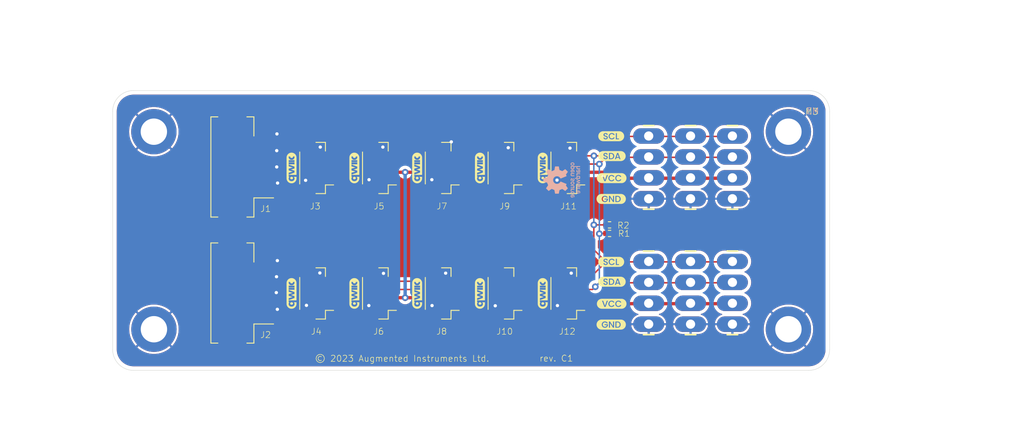
<source format=kicad_pcb>
(kicad_pcb (version 20221018) (generator pcbnew)
  (title_block (title "TRILL-HUB") (date "2022-10-26") (rev "C1") (company "BELA / Augmented Instruments Ltd.") (comment 1 "https://bela.io"))
  (layers (0 "F.Cu" signal) (31 "B.Cu" signal) (34 "B.Paste" user) (35 "F.Paste" user) (36 "B.SilkS" user "B.Silkscreen") (37 "F.SilkS" user "F.Silkscreen") (38 "B.Mask" user) (39 "F.Mask" user) (44 "Edge.Cuts" user))
  (net 0 "")
  (net 1 "/SCL")
  (net 2 "/SDA")
  (net 3 "GND")
  (net 4 "VCC")
  (footprint "clipboard:fc8fcd29-27be-4851-bba1-54c90ae8c844" (layer "F.Cu") (at 153.894731 103.292752)
    (fp_text reference "" (at 0 0) (layer "F.SilkS") (effects (font (size 1.27 1.27))))
    (fp_text value "" (at 0 0) (layer "F.SilkS") (effects (font (size 1.27 1.27))))
  )
  (footprint "clipboard:fc8fcd29-27be-4851-bba1-54c90ae8c844" (layer "F.Cu") (at 153.894731 88.027352)
    (fp_text reference "" (at 0 0) (layer "F.SilkS") (effects (font (size 1.27 1.27))))
    (fp_text value "" (at 0 0) (layer "F.SilkS") (effects (font (size 1.27 1.27))))
  )
  (footprint "clipboard:17b53aa7-bbec-4d74-a50d-d83e8cc43970" (layer "F.Cu") (at 153.992807 85.249919)
    (fp_text reference "" (at 0 0) (layer "F.SilkS") (effects (font (size 1.27 1.27))))
    (fp_text value "" (at 0 0) (layer "F.SilkS") (effects (font (size 1.27 1.27))))
  )
  (footprint "TRILL:qwiic_vertical_SMD" (layer "F.Cu") (at 127.3302 87.8332 90)
    (fp_text reference "J5" (at -3.2258 0 unlocked) (layer "F.SilkS") (effects (font (size 0.75 0.75) (thickness 0.07))))
    (fp_text value "Conn_01x04")
    (pad "1" smd roundrect (at -0.075 1.325 90) (size 0.6 1.55) (layers "F.Cu" "F.Paste" "F.Mask") (net 3 "GND"))
    (pad "2" smd roundrect (at 0.925 1.325 90) (size 0.6 1.55) (layers "F.Cu" "F.Paste" "F.Mask") (net 4 "VCC"))
    (pad "3" smd roundrect (at 1.925 1.325 90) (size 0.6 1.55) (layers "F.Cu" "F.Paste" "F.Mask") (net 2 "/SDA"))
    (pad "4" smd roundrect (at 2.925 1.325 90) (size 0.6 1.55) (layers "F.Cu" "F.Paste" "F.Mask") (net 1 "/SCL"))
    (pad "MP" smd roundrect (at -1.375 -1.2 90) (size 1.2 1.8) (layers "F.Cu" "F.Paste" "F.Mask") (roundrect_rratio 0.2083333333) (net 3 "GND"))
    (pad "MP" smd roundrect (at 4.225 -1.2 90) (size 1.2 1.8) (layers "F.Cu" "F.Paste" "F.Mask") (roundrect_rratio 0.2083333333) (net 3 "GND"))
  )
  (footprint "MountingHole:MountingHole_3.2mm_M3_ISO14580_Pad" (layer "F.Cu") (at 177 106)
    (fp_text reference "H4" hide)
    (fp_text value "MountingHole_Pad")
    (pad "1" thru_hole circle (at 0 0) (size 5.5 5.5) (drill 3.2) (layers "*.Cu" "*.Mask") (net 3 "GND"))
  )
  (footprint "TRILL:qwiic_vertical_SMD" (layer "F.Cu") (at 119.7102 103.0732 90)
    (fp_text reference "J4" (at -3.2004 0 unlocked) (layer "F.SilkS") (effects (font (size 0.75 0.75) (thickness 0.07))))
    (fp_text value "Conn_01x04")
    (pad "1" smd roundrect (at -0.075 1.325 90) (size 0.6 1.55) (layers "F.Cu" "F.Paste" "F.Mask") (net 3 "GND"))
    (pad "2" smd roundrect (at 0.925 1.325 90) (size 0.6 1.55) (layers "F.Cu" "F.Paste" "F.Mask") (net 4 "VCC"))
    (pad "3" smd roundrect (at 1.925 1.325 90) (size 0.6 1.55) (layers "F.Cu" "F.Paste" "F.Mask") (net 2 "/SDA"))
    (pad "4" smd roundrect (at 2.925 1.325 90) (size 0.6 1.55) (layers "F.Cu" "F.Paste" "F.Mask") (net 1 "/SCL"))
    (pad "MP" smd roundrect (at -1.375 -1.2 90) (size 1.2 1.8) (layers "F.Cu" "F.Paste" "F.Mask") (roundrect_rratio 0.2083333333) (net 3 "GND"))
    (pad "MP" smd roundrect (at 4.225 -1.2 90) (size 1.2 1.8) (layers "F.Cu" "F.Paste" "F.Mask") (roundrect_rratio 0.2083333333) (net 3 "GND"))
  )
  (footprint "TRILL:Connector_1x04_LongPads" (layer "F.Cu") (at 165.1476 105.4076)
    (fp_text reference "J16" hide)
    (fp_text value "SolderPads")
    (pad "1" thru_hole oval (at -0.0222 -0.023 180) (size 3.7592 1.8796) (drill 1.1176) (layers "*.Cu" "*.Mask") (net 3 "GND"))
    (pad "2" thru_hole oval (at -0.0222 -2.563 180) (size 3.7592 1.8796) (drill 1.1176) (layers "*.Cu" "*.Mask") (net 4 "VCC"))
    (pad "3" thru_hole oval (at -0.0222 -5.103 180) (size 3.7592 1.8796) (drill 1.1176) (layers "*.Cu" "*.Mask") (net 2 "/SDA"))
    (pad "4" thru_hole oval (at -0.0222 -7.643 180) (size 3.7592 1.8796) (drill 1.1176) (layers "*.Cu" "*.Mask") (net 1 "/SCL"))
  )
  (footprint "TRILL:qwiic_vertical_SMD" (layer "F.Cu") (at 150.1902 87.8332 90)
    (fp_text reference "J11" (at -3.2258 0.127 unlocked) (layer "F.SilkS") (effects (font (size 0.75 0.75) (thickness 0.07))))
    (fp_text value "Conn_01x04")
    (pad "1" smd roundrect (at -0.075 1.325 90) (size 0.6 1.55) (layers "F.Cu" "F.Paste" "F.Mask") (net 3 "GND"))
    (pad "2" smd roundrect (at 0.925 1.325 90) (size 0.6 1.55) (layers "F.Cu" "F.Paste" "F.Mask") (net 4 "VCC"))
    (pad "3" smd roundrect (at 1.925 1.325 90) (size 0.6 1.55) (layers "F.Cu" "F.Paste" "F.Mask") (net 2 "/SDA"))
    (pad "4" smd roundrect (at 2.925 1.325 90) (size 0.6 1.55) (layers "F.Cu" "F.Paste" "F.Mask") (net 1 "/SCL"))
    (pad "MP" smd roundrect (at -1.375 -1.2 90) (size 1.2 1.8) (layers "F.Cu" "F.Paste" "F.Mask") (roundrect_rratio 0.2083333333) (net 3 "GND"))
    (pad "MP" smd roundrect (at 4.225 -1.2 90) (size 1.2 1.8) (layers "F.Cu" "F.Paste" "F.Mask") (roundrect_rratio 0.2083333333) (net 3 "GND"))
  )
  (footprint "clipboard:2ceebd1b-97a9-4d7c-ad87-e118b722be44" (layer "F.Cu") (at 156.560968 89.921295)
    (fp_text reference "" (at 0 0) (layer "F.SilkS") (effects (font (size 1.27 1.27))))
    (fp_text value "" (at 0 0) (layer "F.SilkS") (effects (font (size 1.27 1.27))))
  )
  (footprint "Connector_JST:JST_PH_B4B-PH-SM4-TB_1x04-1MP_P2.00mm_Vertical" (layer "F.Cu") (at 111.2774 101.6 90)
    (fp_text reference "J2" (at -5.08 2.286 180) (layer "F.SilkS") (effects (font (size 0.75 0.75) (thickness 0.07))))
    (fp_text value "Conn_01x04_Male")
    (pad "1" smd roundrect (at -3 0.5 90) (size 1 5.5) (layers "F.Cu" "F.Paste" "F.Mask") (net 3 "GND"))
    (pad "2" smd roundrect (at -1 0.5 90) (size 1 5.5) (layers "F.Cu" "F.Paste" "F.Mask") (net 4 "VCC"))
    (pad "3" smd roundrect (at 1 0.5 90) (size 1 5.5) (layers "F.Cu" "F.Paste" "F.Mask") (net 2 "/SDA"))
    (pad "4" smd roundrect (at 3 0.5 90) (size 1 5.5) (layers "F.Cu" "F.Paste" "F.Mask") (net 1 "/SCL"))
    (pad "MP" smd roundrect (at -5.4 -1.75 90) (size 1.6 3) (layers "F.Cu" "F.Paste" "F.Mask") (roundrect_rratio 0.15625) (net 3 "GND"))
    (pad "MP" smd roundrect (at 5.4 -1.75 90) (size 1.6 3) (layers "F.Cu" "F.Paste" "F.Mask") (roundrect_rratio 0.15625) (net 3 "GND"))
  )
  (footprint "TRILL:qwiic_vertical_SMD" (layer "F.Cu") (at 142.5702 87.8332 90)
    (fp_text reference "J9" (at -3.2258 0 unlocked) (layer "F.SilkS") (effects (font (size 0.75 0.75) (thickness 0.07))))
    (fp_text value "Conn_01x04")
    (pad "1" smd roundrect (at -0.075 1.325 90) (size 0.6 1.55) (layers "F.Cu" "F.Paste" "F.Mask") (net 3 "GND"))
    (pad "2" smd roundrect (at 0.925 1.325 90) (size 0.6 1.55) (layers "F.Cu" "F.Paste" "F.Mask") (net 4 "VCC"))
    (pad "3" smd roundrect (at 1.925 1.325 90) (size 0.6 1.55) (layers "F.Cu" "F.Paste" "F.Mask") (net 2 "/SDA"))
    (pad "4" smd roundrect (at 2.925 1.325 90) (size 0.6 1.55) (layers "F.Cu" "F.Paste" "F.Mask") (net 1 "/SCL"))
    (pad "MP" smd roundrect (at -1.375 -1.2 90) (size 1.2 1.8) (layers "F.Cu" "F.Paste" "F.Mask") (roundrect_rratio 0.2083333333) (net 3 "GND"))
    (pad "MP" smd roundrect (at 4.225 -1.2 90) (size 1.2 1.8) (layers "F.Cu" "F.Paste" "F.Mask") (roundrect_rratio 0.2083333333) (net 3 "GND"))
  )
  (footprint "TRILL:Connector_1x04_LongPads" (layer "F.Cu") (at 165.1476 90.1676)
    (fp_text reference "J15" hide)
    (fp_text value "SolderPads")
    (pad "1" thru_hole oval (at -0.0222 -0.023 180) (size 3.7592 1.8796) (drill 1.1176) (layers "*.Cu" "*.Mask") (net 3 "GND"))
    (pad "2" thru_hole oval (at -0.0222 -2.563 180) (size 3.7592 1.8796) (drill 1.1176) (layers "*.Cu" "*.Mask") (net 4 "VCC"))
    (pad "3" thru_hole oval (at -0.0222 -5.103 180) (size 3.7592 1.8796) (drill 1.1176) (layers "*.Cu" "*.Mask") (net 2 "/SDA"))
    (pad "4" thru_hole oval (at -0.0222 -7.643 180) (size 3.7592 1.8796) (drill 1.1176) (layers "*.Cu" "*.Mask") (net 1 "/SCL"))
  )
  (footprint "MountingHole:MountingHole_3.2mm_M3_ISO14580_Pad" (layer "F.Cu") (at 177 82)
    (fp_text reference "H3" hide)
    (fp_text value "MountingHole_Pad")
    (pad "1" thru_hole circle (at 0 0) (size 5.5 5.5) (drill 3.2) (layers "*.Cu" "*.Mask") (net 3 "GND"))
  )
  (footprint "Connector_JST:JST_PH_B4B-PH-SM4-TB_1x04-1MP_P2.00mm_Vertical" (layer "F.Cu") (at 111.2774 86.2838 90)
    (fp_text reference "J1" (at -5.08 2.286 180) (layer "F.SilkS") (effects (font (size 0.75 0.75) (thickness 0.07))))
    (fp_text value "Conn_01x04_Male")
    (pad "1" smd roundrect (at -3 0.5 90) (size 1 5.5) (layers "F.Cu" "F.Paste" "F.Mask") (net 3 "GND"))
    (pad "2" smd roundrect (at -1 0.5 90) (size 1 5.5) (layers "F.Cu" "F.Paste" "F.Mask") (net 4 "VCC"))
    (pad "3" smd roundrect (at 1 0.5 90) (size 1 5.5) (layers "F.Cu" "F.Paste" "F.Mask") (net 2 "/SDA"))
    (pad "4" smd roundrect (at 3 0.5 90) (size 1 5.5) (layers "F.Cu" "F.Paste" "F.Mask") (net 1 "/SCL"))
    (pad "MP" smd roundrect (at -5.4 -1.75 90) (size 1.6 3) (layers "F.Cu" "F.Paste" "F.Mask") (roundrect_rratio 0.15625) (net 3 "GND"))
    (pad "MP" smd roundrect (at 5.4 -1.75 90) (size 1.6 3) (layers "F.Cu" "F.Paste" "F.Mask") (roundrect_rratio 0.15625) (net 3 "GND"))
  )
  (footprint "TRILL:qwiic_vertical_SMD" (layer "F.Cu") (at 127.3302 103.0732 90)
    (fp_text reference "J6" (at -3.2004 -0.0508 unlocked) (layer "F.SilkS") (effects (font (size 0.75 0.75) (thickness 0.07))))
    (fp_text value "Conn_01x04")
    (pad "1" smd roundrect (at -0.075 1.325 90) (size 0.6 1.55) (layers "F.Cu" "F.Paste" "F.Mask") (net 3 "GND"))
    (pad "2" smd roundrect (at 0.925 1.325 90) (size 0.6 1.55) (layers "F.Cu" "F.Paste" "F.Mask") (net 4 "VCC"))
    (pad "3" smd roundrect (at 1.925 1.325 90) (size 0.6 1.55) (layers "F.Cu" "F.Paste" "F.Mask") (net 2 "/SDA"))
    (pad "4" smd roundrect (at 2.925 1.325 90) (size 0.6 1.55) (layers "F.Cu" "F.Paste" "F.Mask") (net 1 "/SCL"))
    (pad "MP" smd roundrect (at -1.375 -1.2 90) (size 1.2 1.8) (layers "F.Cu" "F.Paste" "F.Mask") (roundrect_rratio 0.2083333333) (net 3 "GND"))
    (pad "MP" smd roundrect (at 4.225 -1.2 90) (size 1.2 1.8) (layers "F.Cu" "F.Paste" "F.Mask") (roundrect_rratio 0.2083333333) (net 3 "GND"))
  )
  (footprint "clipboard:9c374a9a-baf3-4d83-8935-a5033239077c" (layer "F.Cu") (at 154.566652 98.045064)
    (fp_text reference "" (at 0 0) (layer "F.SilkS") (effects (font (size 1.27 1.27))))
    (fp_text value "" (at 0 0) (layer "F.SilkS") (effects (font (size 1.27 1.27))))
  )
  (footprint "Resistor_SMD:R_0402_1005Metric" (layer "F.Cu") (at 155.2956 94.361 180)
    (fp_text reference "R1" (at -1.7636 -0.019) (layer "F.SilkS") (effects (font (size 0.75 0.75) (thickness 0.07))))
    (fp_text value "2.2k")
    (pad "1" smd roundrect (at -0.51 0 180) (size 0.54 0.64) (layers "F.Cu" "F.Paste" "F.Mask") (net 4 "VCC"))
    (pad "2" smd roundrect (at 0.51 0 180) (size 0.54 0.64) (layers "F.Cu" "F.Paste" "F.Mask") (net 2 "/SDA"))
  )
  (footprint "TRILL:qwiic_vertical_SMD" (layer "F.Cu") (at 142.5702 103.0732 90)
    (fp_text reference "J10" (at -3.2004 0 unlocked) (layer "F.SilkS") (effects (font (size 0.75 0.75) (thickness 0.07))))
    (fp_text value "Conn_01x04")
    (pad "1" smd roundrect (at -0.075 1.325 90) (size 0.6 1.55) (layers "F.Cu" "F.Paste" "F.Mask") (net 3 "GND"))
    (pad "2" smd roundrect (at 0.925 1.325 90) (size 0.6 1.55) (layers "F.Cu" "F.Paste" "F.Mask") (net 4 "VCC"))
    (pad "3" smd roundrect (at 1.925 1.325 90) (size 0.6 1.55) (layers "F.Cu" "F.Paste" "F.Mask") (net 2 "/SDA"))
    (pad "4" smd roundrect (at 2.925 1.325 90) (size 0.6 1.55) (layers "F.Cu" "F.Paste" "F.Mask") (net 1 "/SCL"))
    (pad "MP" smd roundrect (at -1.375 -1.2 90) (size 1.2 1.8) (layers "F.Cu" "F.Paste" "F.Mask") (roundrect_rratio 0.2083333333) (net 3 "GND"))
    (pad "MP" smd roundrect (at 4.225 -1.2 90) (size 1.2 1.8) (layers "F.Cu" "F.Paste" "F.Mask") (roundrect_rratio 0.2083333333) (net 3 "GND"))
  )
  (footprint "clipboard:9c374a9a-baf3-4d83-8935-a5033239077c" (layer "F.Cu") (at 154.566652 82.779664)
    (fp_text reference "" (at 0 0) (layer "F.SilkS") (effects (font (size 1.27 1.27))))
    (fp_text value "" (at 0 0) (layer "F.SilkS") (effects (font (size 1.27 1.27))))
  )
  (footprint "TRILL:Connector_1x04_LongPads" (layer "F.Cu") (at 170.2276 105.4076)
    (fp_text reference "J18" hide)
    (fp_text value "SolderPads")
    (pad "1" thru_hole oval (at -0.0222 -0.023 180) (size 3.7592 1.8796) (drill 1.1176) (layers "*.Cu" "*.Mask") (net 3 "GND"))
    (pad "2" thru_hole oval (at -0.0222 -2.563 180) (size 3.7592 1.8796) (drill 1.1176) (layers "*.Cu" "*.Mask") (net 4 "VCC"))
    (pad "3" thru_hole oval (at -0.0222 -5.103 180) (size 3.7592 1.8796) (drill 1.1176) (layers "*.Cu" "*.Mask") (net 2 "/SDA"))
    (pad "4" thru_hole oval (at -0.0222 -7.643 180) (size 3.7592 1.8796) (drill 1.1176) (layers "*.Cu" "*.Mask") (net 1 "/SCL"))
  )
  (footprint "TRILL:qwiic_vertical_SMD" (layer "F.Cu") (at 150.1902 103.0732 90)
    (fp_text reference "J12" (at -3.2004 -0.0254 unlocked) (layer "F.SilkS") (effects (font (size 0.75 0.75) (thickness 0.07))))
    (fp_text value "Conn_01x04")
    (pad "1" smd roundrect (at -0.075 1.325 90) (size 0.6 1.55) (layers "F.Cu" "F.Paste" "F.Mask") (net 3 "GND"))
    (pad "2" smd roundrect (at 0.925 1.325 90) (size 0.6 1.55) (layers "F.Cu" "F.Paste" "F.Mask") (net 4 "VCC"))
    (pad "3" smd roundrect (at 1.925 1.325 90) (size 0.6 1.55) (layers "F.Cu" "F.Paste" "F.Mask") (net 2 "/SDA"))
    (pad "4" smd roundrect (at 2.925 1.325 90) (size 0.6 1.55) (layers "F.Cu" "F.Paste" "F.Mask") (net 1 "/SCL"))
    (pad "MP" smd roundrect (at -1.375 -1.2 90) (size 1.2 1.8) (layers "F.Cu" "F.Paste" "F.Mask") (roundrect_rratio 0.2083333333) (net 3 "GND"))
    (pad "MP" smd roundrect (at 4.225 -1.2 90) (size 1.2 1.8) (layers "F.Cu" "F.Paste" "F.Mask") (roundrect_rratio 0.2083333333) (net 3 "GND"))
  )
  (footprint "MountingHole:MountingHole_3.2mm_M3_ISO14580_Pad" (layer "F.Cu") (at 100 82)
    (fp_text reference "H1" hide)
    (fp_text value "MountingHole_Pad")
    (pad "1" thru_hole circle (at 0 0) (size 5.5 5.5) (drill 3.2) (layers "*.Cu" "*.Mask") (net 3 "GND"))
  )
  (footprint "TRILL:qwiic_vertical_SMD" (layer "F.Cu") (at 134.9502 87.8332 90)
    (fp_text reference "J7" (at -3.2258 0 unlocked) (layer "F.SilkS") (effects (font (size 0.75 0.75) (thickness 0.07))))
    (fp_text value "Conn_01x04")
    (pad "1" smd roundrect (at -0.075 1.325 90) (size 0.6 1.55) (layers "F.Cu" "F.Paste" "F.Mask") (net 3 "GND"))
    (pad "2" smd roundrect (at 0.925 1.325 90) (size 0.6 1.55) (layers "F.Cu" "F.Paste" "F.Mask") (net 4 "VCC"))
    (pad "3" smd roundrect (at 1.925 1.325 90) (size 0.6 1.55) (layers "F.Cu" "F.Paste" "F.Mask") (net 2 "/SDA"))
    (pad "4" smd roundrect (at 2.925 1.325 90) (size 0.6 1.55) (layers "F.Cu" "F.Paste" "F.Mask") (net 1 "/SCL"))
    (pad "MP" smd roundrect (at -1.375 -1.2 90) (size 1.2 1.8) (layers "F.Cu" "F.Paste" "F.Mask") (roundrect_rratio 0.2083333333) (net 3 "GND"))
    (pad "MP" smd roundrect (at 4.225 -1.2 90) (size 1.2 1.8) (layers "F.Cu" "F.Paste" "F.Mask") (roundrect_rratio 0.2083333333) (net 3 "GND"))
  )
  (footprint "TRILL:Connector_1x04_LongPads" (layer "F.Cu") (at 160.0676 105.4076)
    (fp_text reference "J14" hide)
    (fp_text value "SolderPads")
    (pad "1" thru_hole oval (at -0.0222 -0.023 180) (size 3.7592 1.8796) (drill 1.1176) (layers "*.Cu" "*.Mask") (net 3 "GND"))
    (pad "2" thru_hole oval (at -0.0222 -2.563 180) (size 3.7592 1.8796) (drill 1.1176) (layers "*.Cu" "*.Mask") (net 4 "VCC"))
    (pad "3" thru_hole oval (at -0.0222 -5.103 180) (size 3.7592 1.8796) (drill 1.1176) (layers "*.Cu" "*.Mask") (net 2 "/SDA"))
    (pad "4" thru_hole oval (at -0.0222 -7.643 180) (size 3.7592 1.8796) (drill 1.1176) (layers "*.Cu" "*.Mask") (net 1 "/SCL"))
  )
  (footprint "TRILL:Connector_1x04_LongPads" (layer "F.Cu") (at 160.0676 90.1676)
    (fp_text reference "J13" hide)
    (fp_text value "SolderPads")
    (pad "1" thru_hole oval (at -0.0222 -0.023 180) (size 3.7592 1.8796) (drill 1.1176) (layers "*.Cu" "*.Mask") (net 3 "GND"))
    (pad "2" thru_hole oval (at -0.0222 -2.563 180) (size 3.7592 1.8796) (drill 1.1176) (layers "*.Cu" "*.Mask") (net 4 "VCC"))
    (pad "3" thru_hole oval (at -0.0222 -5.103 180) (size 3.7592 1.8796) (drill 1.1176) (layers "*.Cu" "*.Mask") (net 2 "/SDA"))
    (pad "4" thru_hole oval (at -0.0222 -7.643 180) (size 3.7592 1.8796) (drill 1.1176) (layers "*.Cu" "*.Mask") (net 1 "/SCL"))
  )
  (footprint "TRILL:qwiic_vertical_SMD" (layer "F.Cu") (at 119.7102 87.8332 90)
    (fp_text reference "J3" (at -3.2258 -0.127 unlocked) (layer "F.SilkS") (effects (font (size 0.75 0.75) (thickness 0.07))))
    (fp_text value "Conn_01x04")
    (pad "1" smd roundrect (at -0.075 1.325 90) (size 0.6 1.55) (layers "F.Cu" "F.Paste" "F.Mask") (net 3 "GND"))
    (pad "2" smd roundrect (at 0.925 1.325 90) (size 0.6 1.55) (layers "F.Cu" "F.Paste" "F.Mask") (net 4 "VCC"))
    (pad "3" smd roundrect (at 1.925 1.325 90) (size 0.6 1.55) (layers "F.Cu" "F.Paste" "F.Mask") (net 2 "/SDA"))
    (pad "4" smd roundrect (at 2.925 1.325 90) (size 0.6 1.55) (layers "F.Cu" "F.Paste" "F.Mask") (net 1 "/SCL"))
    (pad "MP" smd roundrect (at -1.375 -1.2 90) (size 1.2 1.8) (layers "F.Cu" "F.Paste" "F.Mask") (roundrect_rratio 0.2083333333) (net 3 "GND"))
    (pad "MP" smd roundrect (at 4.225 -1.2 90) (size 1.2 1.8) (layers "F.Cu" "F.Paste" "F.Mask") (roundrect_rratio 0.2083333333) (net 3 "GND"))
  )
  (footprint "Resistor_SMD:R_0402_1005Metric" (layer "F.Cu") (at 155.2956 93.3196 180)
    (fp_text reference "R2" (at -1.6774 -0.0692) (layer "F.SilkS") (effects (font (size 0.75 0.75) (thickness 0.07))))
    (fp_text value "2.2k")
    (pad "1" smd roundrect (at -0.51 0 180) (size 0.54 0.64) (layers "F.Cu" "F.Paste" "F.Mask") (net 4 "VCC"))
    (pad "2" smd roundrect (at 0.51 0 180) (size 0.54 0.64) (layers "F.Cu" "F.Paste" "F.Mask") (net 1 "/SCL"))
  )
  (footprint "MountingHole:MountingHole_3.2mm_M3_ISO14580_Pad" (layer "F.Cu") (at 100.01 106)
    (fp_text reference "H2" hide)
    (fp_text value "MountingHole_Pad")
    (pad "1" thru_hole circle (at 0 0) (size 5.5 5.5) (drill 3.2) (layers "*.Cu" "*.Mask") (net 3 "GND"))
  )
  (footprint "clipboard:2ceebd1b-97a9-4d7c-ad87-e118b722be44" (layer "F.Cu") (at 156.560968 105.186695)
    (fp_text reference "" (at 0 0) (layer "F.SilkS") (effects (font (size 1.27 1.27))))
    (fp_text value "" (at 0 0) (layer "F.SilkS") (effects (font (size 1.27 1.27))))
  )
  (footprint "TRILL:Connector_1x04_LongPads" (layer "F.Cu") (at 170.2276 90.1676)
    (fp_text reference "J17" hide)
    (fp_text value "SolderPads")
    (pad "1" thru_hole oval (at -0.0222 -0.023 180) (size 3.7592 1.8796) (drill 1.1176) (layers "*.Cu" "*.Mask") (net 3 "GND"))
    (pad "2" thru_hole oval (at -0.0222 -2.563 180) (size 3.7592 1.8796) (drill 1.1176) (layers "*.Cu" "*.Mask") (net 4 "VCC"))
    (pad "3" thru_hole oval (at -0.0222 -5.103 180) (size 3.7592 1.8796) (drill 1.1176) (layers "*.Cu" "*.Mask") (net 2 "/SDA"))
    (pad "4" thru_hole oval (at -0.0222 -7.643 180) (size 3.7592 1.8796) (drill 1.1176) (layers "*.Cu" "*.Mask") (net 1 "/SCL"))
  )
  (footprint "TRILL:qwiic_vertical_SMD" (layer "F.Cu") (at 134.9502 103.0732 90)
    (fp_text reference "J8" (at -3.2004 -0.0254 unlocked) (layer "F.SilkS") (effects (font (size 0.75 0.75) (thickness 0.07))))
    (fp_text value "Conn_01x04")
    (pad "1" smd roundrect (at -0.075 1.325 90) (size 0.6 1.55) (layers "F.Cu" "F.Paste" "F.Mask") (net 3 "GND"))
    (pad "2" smd roundrect (at 0.925 1.325 90) (size 0.6 1.55) (layers "F.Cu" "F.Paste" "F.Mask") (net 4 "VCC"))
    (pad "3" smd roundrect (at 1.925 1.325 90) (size 0.6 1.55) (layers "F.Cu" "F.Paste" "F.Mask") (net 2 "/SDA"))
    (pad "4" smd roundrect (at 2.925 1.325 90) (size 0.6 1.55) (layers "F.Cu" "F.Paste" "F.Mask") (net 1 "/SCL"))
    (pad "MP" smd roundrect (at -1.375 -1.2 90) (size 1.2 1.8) (layers "F.Cu" "F.Paste" "F.Mask") (roundrect_rratio 0.2083333333) (net 3 "GND"))
    (pad "MP" smd roundrect (at 4.225 -1.2 90) (size 1.2 1.8) (layers "F.Cu" "F.Paste" "F.Mask") (roundrect_rratio 0.2083333333) (net 3 "GND"))
  )
  (footprint "clipboard:17b53aa7-bbec-4d74-a50d-d83e8cc43970" (layer "F.Cu") (at 153.992807 100.515319)
    (fp_text reference "" (at 0 0) (layer "F.SilkS") (effects (font (size 1.27 1.27))))
    (fp_text value "" (at 0 0) (layer "F.SilkS") (effects (font (size 1.27 1.27))))
  )
  (footprint "TRILL:OpenSourceHardware_Logo" (layer "B.Cu") (at 150.0378 87.884 -90)
    (fp_text reference "G5" hide)
    (fp_text value "OpenSourceHardware_Logo")
  )
  (gr_line (start 182 108.46) (end 182 79.54) (stroke (width 0.05)) (layer "Edge.Cuts"))
  (gr_line (start 95 79.54) (end 95 108.46) (stroke (width 0.05)) (layer "Edge.Cuts"))
  (gr_arc (start 97.54 111) (mid 95.743965 110.256035) (end 95 108.46) (stroke (width 0.05)) (layer "Edge.Cuts"))
  (gr_arc (start 179.46 77) (mid 181.256035 77.743965) (end 182 79.54) (stroke (width 0.05)) (layer "Edge.Cuts"))
  (gr_arc (start 182 108.46) (mid 181.256035 110.256035) (end 179.46 111) (stroke (width 0.05)) (layer "Edge.Cuts"))
  (gr_line (start 97.54 111) (end 179.46 111) (stroke (width 0.05)) (layer "Edge.Cuts"))
  (gr_arc (start 95 79.54) (mid 95.743965 77.743965) (end 97.54 77) (stroke (width 0.05)) (layer "Edge.Cuts"))
  (gr_line (start 179.46 77) (end 97.54 77) (stroke (width 0.05)) (layer "Edge.Cuts"))
  (gr_text "M3" (at 180.7718 79.9338) (layer "B.SilkS") (effects (font (size 0.75 0.75) (thickness 0.07)) (justify left bottom mirror)))
  (gr_text "© 2023 Augmented Instruments Ltd." (at 119.5 110) (layer "F.SilkS") (effects (font (size 0.75 0.75) (thickness 0.07)) (justify left bottom)))
  (gr_text "M3" (at 179 80) (layer "F.SilkS") (effects (font (size 0.75 0.75) (thickness 0.07)) (justify left bottom)))
  (gr_text "rev. ${REVISION}" (at 146.75 109.98) (layer "F.SilkS") (effects (font (size 0.75 0.75) (thickness 0.07)) (justify left bottom)))
  (segment (start 153.3897 93.3187) (end 153.3897 96.3413) (width 0.1778) (layer "F.Cu") (net 1))
  (segment (start 170.1038 97.8154) (end 165.0238 97.8154) (width 0.1778) (layer "F.Cu") (net 1))
  (segment (start 154.8638 97.8154) (end 152.5092 100.17) (width 0.1778) (layer "F.Cu") (net 1))
  (segment (start 152.5092 100.17) (end 116.5784 100.17) (width 0.1778) (layer "F.Cu") (net 1))
  (segment (start 165.0238 97.8154) (end 159.9438 97.8154) (width 0.1778) (layer "F.Cu") (net 1))
  (segment (start 153.3936 84.93) (end 154.084 84.93) (width 0.1778) (layer "F.Cu") (net 1))
  (segment (start 116.6546 84.93) (end 115.0084 83.2838) (width 0.1778) (layer "F.Cu") (net 1))
  (segment (start 115.0084 98.6) (end 111.7774 98.6) (width 0.1778) (layer "F.Cu") (net 1))
  (segment (start 154.8638 97.8154) (end 155.4226 97.8154) (width 0.1778) (layer "F.Cu") (net 1))
  (segment (start 116.5784 100.17) (end 115.0084 98.6) (width 0.1778) (layer "F.Cu") (net 1))
  (segment (start 153.3936 84.93) (end 116.6546 84.93) (width 0.1778) (layer "F.Cu") (net 1))
  (segment (start 153.3897 93.3187) (end 154.7847 93.3187) (width 0.1778) (layer "F.Cu") (net 1))
  (segment (start 153.3897 96.3413) (end 154.8638 97.8154) (width 0.1778) (layer "F.Cu") (net 1))
  (segment (start 159.9438 97.8154) (end 155.4226 97.8154) (width 0.1778) (layer "F.Cu") (net 1))
  (segment (start 156.4386 82.5754) (end 170.1038 82.5754) (width 0.1778) (layer "F.Cu") (net 1))
  (segment (start 154.7847 93.3187) (end 154.7856 93.3196) (width 0.1778) (layer "F.Cu") (net 1))
  (segment (start 115.0084 83.2838) (end 111.7774 83.2838) (width 0.1778) (layer "F.Cu") (net 1))
  (segment (start 154.084 84.93) (end 156.4386 82.5754) (width 0.1778) (layer "F.Cu") (net 1))
  (via (at 153.3936 84.93) (size 0.8) (drill 0.4) (layers "F.Cu" "B.Cu") (net 1))
  (via (at 153.3897 93.3187) (size 0.8) (drill 0.4) (layers "F.Cu" "B.Cu") (net 1))
  (segment (start 153.3897 84.9339) (end 153.3897 93.3187) (width 0.1778) (layer "B.Cu") (net 1))
  (segment (start 153.3936 84.93) (end 153.3897 84.9339) (width 0.1778) (layer "B.Cu") (net 1))
  (segment (start 153.5684 100.838) (end 154.051 100.3554) (width 0.1778) (layer "F.Cu") (net 2))
  (segment (start 153.2364 101.17) (end 115.5972 101.17) (width 0.1778) (layer "F.Cu") (net 2))
  (segment (start 154.0595 85.93) (end 115.5972 85.93) (width 0.1778) (layer "F.Cu") (net 2))
  (segment (start 114.951 85.2838) (end 111.7774 85.2838) (width 0.1778) (layer "F.Cu") (net 2))
  (segment (start 153.5684 100.838) (end 153.2364 101.17) (width 0.1778) (layer "F.Cu") (net 2))
  (segment (start 154.0595 85.93) (end 154.8741 85.1154) (width 0.1778) (layer "F.Cu") (net 2))
  (segment (start 115.5972 101.17) (end 115.0272 100.6) (width 0.1778) (layer "F.Cu") (net 2))
  (segment (start 154.051 100.3554) (end 170.1038 100.3554) (width 0.1778) (layer "F.Cu") (net 2))
  (segment (start 154.8741 85.1154) (end 170.1038 85.1154) (width 0.1778) (layer "F.Cu") (net 2))
  (segment (start 154.0595 94.3949) (end 154.0934 94.361) (width 0.1778) (layer "F.Cu") (net 2))
  (segment (start 154.0934 94.361) (end 154.7856 94.361) (width 0.1778) (layer "F.Cu") (net 2))
  (segment (start 115.0272 100.6) (end 111.7774 100.6) (width 0.1778) (layer "F.Cu") (net 2))
  (segment (start 115.5972 85.93) (end 114.951 85.2838) (width 0.1778) (layer "F.Cu") (net 2))
  (via (at 154.0595 94.3949) (size 0.8) (drill 0.4) (layers "F.Cu" "B.Cu") (net 2))
  (via (at 154.0595 85.93) (size 0.8) (drill 0.4) (layers "F.Cu" "B.Cu") (net 2))
  (via (at 153.5684 100.838) (size 0.8) (drill 0.4) (layers "F.Cu" "B.Cu") (net 2))
  (segment (start 154.0595 85.93) (end 154.0595 94.3949) (width 0.1778) (layer "B.Cu") (net 2))
  (segment (start 153.5684 100.838) (end 154.0595 100.3469) (width 0.1778) (layer "B.Cu") (net 2))
  (segment (start 154.0595 100.3469) (end 154.0595 94.3949) (width 0.1778) (layer "B.Cu") (net 2))
  (via (at 135.4074 99.187) (size 0.8) (drill 0.4) (layers "F.Cu" "B.Cu") (net 3))
  (via (at 127.8636 99.2124) (size 0.8) (drill 0.4) (layers "F.Cu" "B.Cu") (net 3))
  (via (at 133.7564 103.124) (size 0.8) (drill 0.4) (layers "F.Cu" "B.Cu") (net 3))
  (via (at 126.111 87.8332) (size 0.8) (drill 0.4) (layers "F.Cu" "B.Cu") (net 3))
  (via (at 114.935 82.2706) (size 0.8) (drill 0.4) (layers "F.Cu" "B.Cu") (net 3))
  (via (at 118.4148 87.9094) (size 0.8) (drill 0.4) (layers "F.Cu" "B.Cu") (net 3))
  (via (at 127.7874 83.8708) (size 0.8) (drill 0.4) (layers "F.Cu" "B.Cu") (net 3))
  (via (at 133.731 87.8332) (size 0.8) (drill 0.4) (layers "F.Cu" "B.Cu") (net 3))
  (via (at 148.971 103.124) (size 0.8) (drill 0.4) (layers "F.Cu" "B.Cu") (net 3))
  (via (at 141.4272 103.1494) (size 0.8) (drill 0.4) (layers "F.Cu" "B.Cu") (net 3))
  (via (at 143.002 83.947) (size 0.8) (drill 0.4) (layers "F.Cu" "B.Cu") (net 3))
  (via (at 120.142 99.1616) (size 0.8) (drill 0.4) (layers "F.Cu" "B.Cu") (net 3))
  (via (at 114.9096 86.2838) (size 0.8) (drill 0.4) (layers "F.Cu" "B.Cu") (net 3))
  (via (at 126.0856 103.124) (size 0.8) (drill 0.4) (layers "F.Cu" "B.Cu") (net 3))
  (via (at 114.9096 84.3026) (size 0.8) (drill 0.4) (layers "F.Cu" "B.Cu") (net 3))
  (via (at 120.1928 83.8708) (size 0.8) (drill 0.4) (layers "F.Cu" "B.Cu") (net 3))
  (via (at 114.9858 97.663) (size 0.8) (drill 0.4) (layers "F.Cu" "B.Cu") (net 3))
  (via (at 114.8842 99.6188) (size 0.8) (drill 0.4) (layers "F.Cu" "B.Cu") (net 3))
  (via (at 150.6474 99.187) (size 0.8) (drill 0.4) (layers "F.Cu" "B.Cu") (net 3))
  (via (at 114.8588 101.5492) (size 0.8) (drill 0.4) (layers "F.Cu" "B.Cu") (net 3))
  (via (at 148.9202 87.884) (size 0.8) (drill 0.4) (layers "F.Cu" "B.Cu") (net 3))
  (via (at 114.9858 103.5812) (size 0.8) (drill 0.4) (layers "F.Cu" "B.Cu") (net 3))
  (via (at 136.0932 83.2358) (size 0.8) (drill 0.4) (layers "F.Cu" "B.Cu") (net 3))
  (via (at 118.5164 103.0986) (size 0.8) (drill 0.4) (layers "F.Cu" "B.Cu") (net 3))
  (via (at 150.495 83.9978) (size 0.8) (drill 0.4) (layers "F.Cu" "B.Cu") (net 3))
  (via (at 115.0112 88.2396) (size 0.8) (drill 0.4) (layers "F.Cu" "B.Cu") (net 3))
  (segment (start 154.1018 102.8954) (end 153.3764 102.17) (width 0.4064) (layer "F.Cu") (net 4))
  (segment (start 155.8056 92.6144) (end 155.8056 93.3196) (width 0.1778) (layer "F.Cu") (net 4))
  (segment (start 170.1038 102.8954) (end 154.1018 102.8954) (width 0.4064) (layer "F.Cu") (net 4))
  (segment (start 111.7774 87.2838) (end 111.7934 87.2998) (width 0.4064) (layer "F.Cu") (net 4))
  (segment (start 115.4572 102.17) (end 115.0272 102.6) (width 0.4064) (layer "F.Cu") (net 4))
  (segment (start 155.82 92.6) (end 155.8056 92.6144) (width 0.1778) (layer "F.Cu") (net 4))
  (segment (start 170.1038 87.6554) (end 159.9438 87.6554) (width 0.4064) (layer "F.Cu") (net 4))
  (segment (start 115.0272 102.6) (end 111.7774 102.6) (width 0.4064) (layer "F.Cu") (net 4))
  (segment (start 111.7934 87.2998) (end 115.1382 87.2998) (width 0.4064) (layer "F.Cu") (net 4))
  (segment (start 155.8056 94.361) (end 155.82 94.3466) (width 0.25) (layer "F.Cu") (net 4))
  (segment (start 130.494 86.93) (end 155.0274 86.93) (width 0.4064) (layer "F.Cu") (net 4))
  (segment (start 155.83 93.2952) (end 155.8056 93.3196) (width 0.25) (layer "F.Cu") (net 4))
  (segment (start 155.82 94.3466) (end 155.82 92.6) (width 0.25) (layer "F.Cu") (net 4))
  (segment (start 156.2354 87.6554) (end 159.9438 87.6554) (width 0.4064) (layer "F.Cu") (net 4))
  (segment (start 115.508 86.93) (end 130.494 86.93) (width 0.4064) (layer "F.Cu") (net 4))
  (segment (start 155.83 87.6554) (end 155.83 93.2952) (width 0.25) (layer "F.Cu") (net 4))
  (segment (start 155.7528 87.6554) (end 156.2354 87.6554) (width 0.4064) (layer "F.Cu") (net 4))
  (segment (start 130.494 102.17) (end 115.4572 102.17) (width 0.4064) (layer "F.Cu") (net 4))
  (segment (start 155.0274 86.93) (end 155.7528 87.6554) (width 0.4064) (layer "F.Cu") (net 4))
  (segment (start 115.1382 87.2998) (end 115.508 86.93) (width 0.4064) (layer "F.Cu") (net 4))
  (segment (start 156.2354 87.6554) (end 155.83 87.6554) (width 0.4064) (layer "F.Cu") (net 4))
  (segment (start 153.3764 102.17) (end 130.494 102.17) (width 0.4064) (layer "F.Cu") (net 4))
  (via (at 130.494 102.17) (size 0.8) (drill 0.4) (layers "F.Cu" "B.Cu") (net 4))
  (via (at 130.494 86.93) (size 0.8) (drill 0.4) (layers "F.Cu" "B.Cu") (net 4))
  (segment (start 130.494 86.93) (end 130.494 102.17) (width 0.4064) (layer "B.Cu") (net 4))
  (zone (net 3) (net_name "GND") (layers "F&B.Cu") (priority 6) (connect_pads (clearance 0.4)) (min_thickness 0.1016) (fill yes (thermal_gap 0.2532) (thermal_bridge_width 0.2532))
    (polygon (pts (xy 182.1942 111.6584) (xy 94.9071 111.6584) (xy 94.9071 76.3524) (xy 182.1942 76.3524)))
  )
)
</source>
